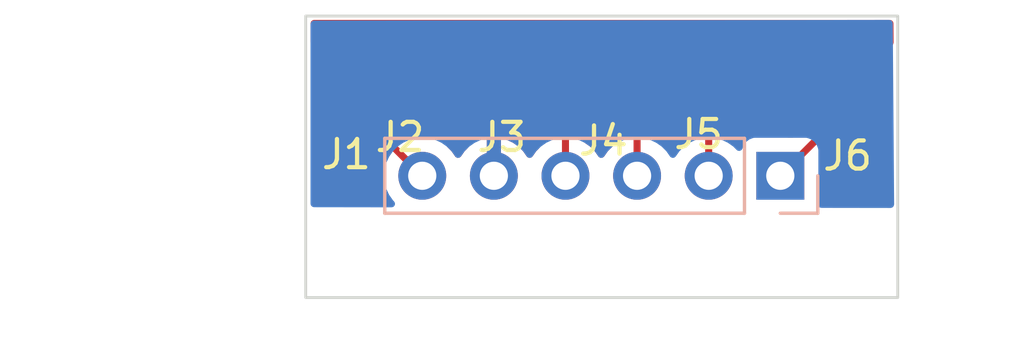
<source format=kicad_pcb>
(kicad_pcb (version 20221018) (generator pcbnew)
  (layers (0 "F.Cu" signal) (31 "B.Cu" signal) (34 "B.Paste" user) (35 "F.Paste" user) (36 "B.SilkS" user "B.Silkscreen") (37 "F.SilkS" user "F.Silkscreen") (38 "B.Mask" user) (39 "F.Mask" user) (44 "Edge.Cuts" user))
  (net 0 "")
  (net 1 "Net-(J1-Pin_1)")
  (net 2 "Net-(J13-Pin_3)")
  (net 3 "Net-(J13-Pin_4)")
  (net 4 "GND")
  (net 5 "Net-(J13-Pin_2)")
  (net 6 "Net-(J13-Pin_1)")
  (footprint "Connector_Wire:SolderWirePad_1x01_SMD_1x2mm" (layer "F.Cu") (at 95 63.5)
    (fp_text reference "J1" (at -0.3088 2.413) (layer "F.SilkS"))
    (fp_text value "Conn_01x01_Pin")
    (pad "1" smd roundrect (at 0 0) (size 2 3) (layers "F.Cu" "F.Paste" "F.Mask") (net 1 "Net-(J1-Pin_1)"))
  )
  (footprint "Connector_Wire:SolderWirePad_1x01_SMD_1x2mm" (layer "F.Cu") (at 98.5 63.5)
    (fp_text reference "J2" (at -1.9038 1.8034) (layer "F.SilkS"))
    (fp_text value "Conn_01x01_Pin")
    (pad "1" smd roundrect (at 0 0) (size 2 3) (layers "F.Cu" "F.Paste" "F.Mask") (net 4 "GND"))
  )
  (footprint "Connector_Wire:SolderWirePad_1x01_SMD_1x2mm" (layer "F.Cu") (at 109 63.5)
    (fp_text reference "J5" (at -1.812 1.7018) (layer "F.SilkS"))
    (fp_text value "Conn_01x01_Pin")
    (pad "1" smd roundrect (at 0 0) (size 2 3) (layers "F.Cu" "F.Paste" "F.Mask") (net 5 "Net-(J13-Pin_2)"))
  )
  (footprint "Connector_Wire:SolderWirePad_1x01_SMD_1x2mm" (layer "F.Cu") (at 105.5 63.5)
    (fp_text reference "J4" (at -1.6902 1.9304) (layer "F.SilkS"))
    (fp_text value "Conn_01x01_Pin")
    (pad "1" smd roundrect (at 0 0) (size 2 3) (layers "F.Cu" "F.Paste" "F.Mask") (net 2 "Net-(J13-Pin_3)"))
  )
  (footprint "Connector_Wire:SolderWirePad_1x01_SMD_1x2mm" (layer "F.Cu") (at 102 63.5)
    (fp_text reference "J3" (at -1.797 1.8034) (layer "F.SilkS"))
    (fp_text value "Conn_01x01_Pin")
    (pad "1" smd roundrect (at 0 0) (size 2 3) (layers "F.Cu" "F.Paste" "F.Mask") (net 3 "Net-(J13-Pin_4)"))
  )
  (footprint "Connector_Wire:SolderWirePad_1x01_SMD_1x2mm" (layer "F.Cu") (at 112.5 63.5)
    (fp_text reference "J6" (at -0.0288 2.4638) (layer "F.SilkS"))
    (fp_text value "Conn_01x01_Pin")
    (pad "1" smd roundrect (at 0 0) (size 2 3) (layers "F.Cu" "F.Paste" "F.Mask") (net 6 "Net-(J13-Pin_1)"))
  )
  (footprint "Connector_PinHeader_2.54mm:PinHeader_1x06_P2.54mm_Vertical" (layer "B.Cu") (at 110.0836 66.675 90)
    (fp_text reference "J13" hide)
    (fp_text value "Conn_01x06_Pin")
    (fp_line (start -1.33 -14.03) (end 1.33 -14.03) (stroke (width 0.12)) (layer "B.SilkS"))
    (fp_line (start -1.33 -1.27) (end -1.33 -14.03) (stroke (width 0.12)) (layer "B.SilkS"))
    (fp_line (start -1.33 -1.27) (end 1.33 -1.27) (stroke (width 0.12)) (layer "B.SilkS"))
    (fp_line (start -1.33 0) (end -1.33 1.33) (stroke (width 0.12)) (layer "B.SilkS"))
    (fp_line (start -1.33 1.33) (end 0 1.33) (stroke (width 0.12)) (layer "B.SilkS"))
    (fp_line (start 1.33 -1.27) (end 1.33 -14.03) (stroke (width 0.12)) (layer "B.SilkS"))
    (pad "1" thru_hole rect (at 0 0 90) (size 1.7 1.7) (drill 1) (layers "*.Cu" "*.Mask") (net 6 "Net-(J13-Pin_1)"))
    (pad "2" thru_hole oval (at 0 -2.54 90) (size 1.7 1.7) (drill 1) (layers "*.Cu" "*.Mask") (net 5 "Net-(J13-Pin_2)"))
    (pad "3" thru_hole oval (at 0 -5.08 90) (size 1.7 1.7) (drill 1) (layers "*.Cu" "*.Mask") (net 2 "Net-(J13-Pin_3)"))
    (pad "4" thru_hole oval (at 0 -7.62 90) (size 1.7 1.7) (drill 1) (layers "*.Cu" "*.Mask") (net 3 "Net-(J13-Pin_4)"))
    (pad "5" thru_hole oval (at 0 -10.16 90) (size 1.7 1.7) (drill 1) (layers "*.Cu" "*.Mask") (net 4 "GND"))
    (pad "6" thru_hole oval (at 0 -12.7 90) (size 1.7 1.7) (drill 1) (layers "*.Cu" "*.Mask") (net 1 "Net-(J1-Pin_1)"))
  )
  (gr_poly (pts (xy 93.25 61) (xy 114.25 61) (xy 114.25 71) (xy 93.25 71)) (stroke (width 0.1)) (fill none) (layer "Edge.Cuts"))
  (segment (start 95 63.5) (end 95 64.2914) (width 0.25) (layer "F.Cu") (net 1))
  (segment (start 95 64.2914) (end 97.3836 66.675) (width 0.25) (layer "F.Cu") (net 1))
  (segment (start 105.0036 63.9964) (end 105.0036 66.675) (width 0.25) (layer "F.Cu") (net 2))
  (segment (start 105.5 63.5) (end 105.0036 63.9964) (width 0.25) (layer "F.Cu") (net 2))
  (segment (start 102.4636 63.9636) (end 102.4636 66.675) (width 0.25) (layer "F.Cu") (net 3))
  (segment (start 102 63.5) (end 102.4636 63.9636) (width 0.25) (layer "F.Cu") (net 3))
  (segment (start 107.5436 64.9564) (end 107.5436 66.675) (width 0.25) (layer "F.Cu") (net 5))
  (segment (start 109 63.5) (end 107.5436 64.9564) (width 0.25) (layer "F.Cu") (net 5))
  (segment (start 112.5 64.2586) (end 110.0836 66.675) (width 0.25) (layer "F.Cu") (net 6))
  (segment (start 112.5 63.5) (end 112.5 64.2586) (width 0.25) (layer "F.Cu") (net 6))
  (zone (net 4) (net_name "GND") (layer "F.Cu") (priority 1) (connect_pads (clearance 0.5)) (min_thickness 0.25) (fill yes (thermal_gap 0.5) (thermal_bridge_width 0.5))
    (polygon (pts (xy 93.4212 61.1378) (xy 114.0968 61.1378) (xy 114.1476 67.7672) (xy 93.4212 67.7672)))
  )
  (zone (net 4) (net_name "GND") (layer "B.Cu") (connect_pads (clearance 0.5)) (min_thickness 0.25) (fill yes (thermal_gap 0.5) (thermal_bridge_width 0.5))
    (polygon (pts (xy 93.3958 61.1632) (xy 114.0714 61.1378) (xy 114.1222 67.818) (xy 93.4212 67.7926) (xy 93.4212 61.1378)))
  )
)
</source>
